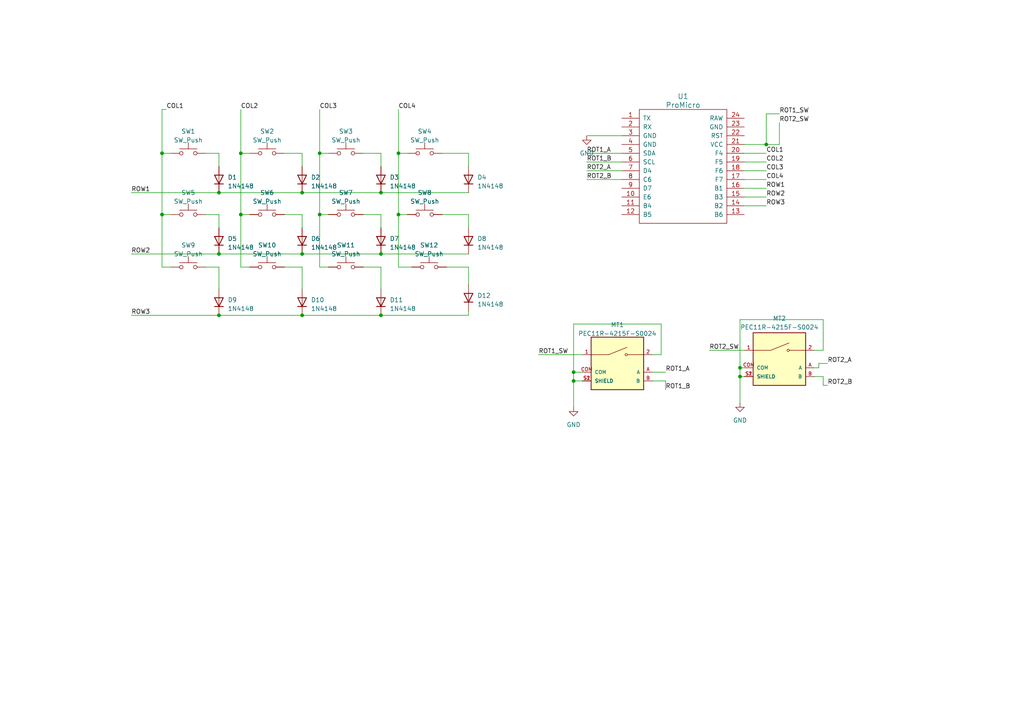
<source format=kicad_sch>
(kicad_sch (version 20230121) (generator eeschema)

  (uuid 71123672-e69d-4079-8889-c1d16506cc0a)

  (paper "A4")

  (lib_symbols
    (symbol "Diode:1N4148" (pin_numbers hide) (pin_names hide) (in_bom yes) (on_board yes)
      (property "Reference" "D" (at 0 2.54 0)
        (effects (font (size 1.27 1.27)))
      )
      (property "Value" "1N4148" (at 0 -2.54 0)
        (effects (font (size 1.27 1.27)))
      )
      (property "Footprint" "Diode_THT:D_DO-35_SOD27_P7.62mm_Horizontal" (at 0 0 0)
        (effects (font (size 1.27 1.27)) hide)
      )
      (property "Datasheet" "https://assets.nexperia.com/documents/data-sheet/1N4148_1N4448.pdf" (at 0 0 0)
        (effects (font (size 1.27 1.27)) hide)
      )
      (property "Sim.Device" "D" (at 0 0 0)
        (effects (font (size 1.27 1.27)) hide)
      )
      (property "Sim.Pins" "1=K 2=A" (at 0 0 0)
        (effects (font (size 1.27 1.27)) hide)
      )
      (property "ki_keywords" "diode" (at 0 0 0)
        (effects (font (size 1.27 1.27)) hide)
      )
      (property "ki_description" "100V 0.15A standard switching diode, DO-35" (at 0 0 0)
        (effects (font (size 1.27 1.27)) hide)
      )
      (property "ki_fp_filters" "D*DO?35*" (at 0 0 0)
        (effects (font (size 1.27 1.27)) hide)
      )
      (symbol "1N4148_0_1"
        (polyline
          (pts
            (xy -1.27 1.27)
            (xy -1.27 -1.27)
          )
          (stroke (width 0.254) (type default))
          (fill (type none))
        )
        (polyline
          (pts
            (xy 1.27 0)
            (xy -1.27 0)
          )
          (stroke (width 0) (type default))
          (fill (type none))
        )
        (polyline
          (pts
            (xy 1.27 1.27)
            (xy 1.27 -1.27)
            (xy -1.27 0)
            (xy 1.27 1.27)
          )
          (stroke (width 0.254) (type default))
          (fill (type none))
        )
      )
      (symbol "1N4148_1_1"
        (pin passive line (at -3.81 0 0) (length 2.54)
          (name "K" (effects (font (size 1.27 1.27))))
          (number "1" (effects (font (size 1.27 1.27))))
        )
        (pin passive line (at 3.81 0 180) (length 2.54)
          (name "A" (effects (font (size 1.27 1.27))))
          (number "2" (effects (font (size 1.27 1.27))))
        )
      )
    )
    (symbol "PEC11R-4215F-S0024:PEC11R-4215F-S0024" (pin_names (offset 1.016)) (in_bom yes) (on_board yes)
      (property "Reference" "MT" (at -7.62 8.89 0)
        (effects (font (size 1.27 1.27)) (justify left bottom))
      )
      (property "Value" "PEC11R-4215F-S0024" (at -7.62 -8.89 0)
        (effects (font (size 1.27 1.27)) (justify left top))
      )
      (property "Footprint" "XDCR_PEC11R-4215F-S0024" (at 0 0 0)
        (effects (font (size 1.27 1.27)) (justify bottom) hide)
      )
      (property "Datasheet" "" (at 0 0 0)
        (effects (font (size 1.27 1.27)) hide)
      )
      (property "PARTREV" "Rev. 09/19" (at 0 0 0)
        (effects (font (size 1.27 1.27)) (justify bottom) hide)
      )
      (property "MAXIMUM_PACKAGE_HEIGHT" "21.5 mm" (at 0 0 0)
        (effects (font (size 1.27 1.27)) (justify bottom) hide)
      )
      (property "STANDARD" "Manufacturer Recommendations" (at 0 0 0)
        (effects (font (size 1.27 1.27)) (justify bottom) hide)
      )
      (property "MANUFACTURER" "J.W.Miller/Bourns" (at 0 0 0)
        (effects (font (size 1.27 1.27)) (justify bottom) hide)
      )
      (symbol "PEC11R-4215F-S0024_0_0"
        (rectangle (start -7.62 -7.62) (end 7.62 7.62)
          (stroke (width 0.254) (type default))
          (fill (type background))
        )
        (polyline
          (pts
            (xy -2.54 2.54)
            (xy -7.62 2.54)
          )
          (stroke (width 0.1524) (type default))
          (fill (type none))
        )
        (polyline
          (pts
            (xy -2.54 2.54)
            (xy 2.794 4.6736)
          )
          (stroke (width 0.1524) (type default))
          (fill (type none))
        )
        (polyline
          (pts
            (xy 7.62 2.54)
            (xy 2.921 2.54)
          )
          (stroke (width 0.1524) (type default))
          (fill (type none))
        )
        (circle (center 2.54 2.54) (radius 0.3302)
          (stroke (width 0.1524) (type default))
          (fill (type none))
        )
        (pin passive line (at -10.16 2.54 0) (length 2.54)
          (name "~" (effects (font (size 1.016 1.016))))
          (number "1" (effects (font (size 1.016 1.016))))
        )
        (pin passive line (at 10.16 2.54 180) (length 2.54)
          (name "~" (effects (font (size 1.016 1.016))))
          (number "2" (effects (font (size 1.016 1.016))))
        )
        (pin passive line (at 10.16 -2.54 180) (length 2.54)
          (name "A" (effects (font (size 1.016 1.016))))
          (number "A" (effects (font (size 1.016 1.016))))
        )
        (pin passive line (at 10.16 -5.08 180) (length 2.54)
          (name "B" (effects (font (size 1.016 1.016))))
          (number "B" (effects (font (size 1.016 1.016))))
        )
        (pin passive line (at -10.16 -2.54 0) (length 2.54)
          (name "COM" (effects (font (size 1.016 1.016))))
          (number "COM" (effects (font (size 1.016 1.016))))
        )
        (pin passive line (at -10.16 -5.08 0) (length 2.54)
          (name "SHIELD" (effects (font (size 1.016 1.016))))
          (number "S1" (effects (font (size 1.016 1.016))))
        )
        (pin passive line (at -10.16 -5.08 0) (length 2.54)
          (name "SHIELD" (effects (font (size 1.016 1.016))))
          (number "S2" (effects (font (size 1.016 1.016))))
        )
      )
    )
    (symbol "Switch:SW_Push" (pin_numbers hide) (pin_names (offset 1.016) hide) (in_bom yes) (on_board yes)
      (property "Reference" "SW" (at 1.27 2.54 0)
        (effects (font (size 1.27 1.27)) (justify left))
      )
      (property "Value" "SW_Push" (at 0 -1.524 0)
        (effects (font (size 1.27 1.27)))
      )
      (property "Footprint" "" (at 0 5.08 0)
        (effects (font (size 1.27 1.27)) hide)
      )
      (property "Datasheet" "~" (at 0 5.08 0)
        (effects (font (size 1.27 1.27)) hide)
      )
      (property "ki_keywords" "switch normally-open pushbutton push-button" (at 0 0 0)
        (effects (font (size 1.27 1.27)) hide)
      )
      (property "ki_description" "Push button switch, generic, two pins" (at 0 0 0)
        (effects (font (size 1.27 1.27)) hide)
      )
      (symbol "SW_Push_0_1"
        (circle (center -2.032 0) (radius 0.508)
          (stroke (width 0) (type default))
          (fill (type none))
        )
        (polyline
          (pts
            (xy 0 1.27)
            (xy 0 3.048)
          )
          (stroke (width 0) (type default))
          (fill (type none))
        )
        (polyline
          (pts
            (xy 2.54 1.27)
            (xy -2.54 1.27)
          )
          (stroke (width 0) (type default))
          (fill (type none))
        )
        (circle (center 2.032 0) (radius 0.508)
          (stroke (width 0) (type default))
          (fill (type none))
        )
        (pin passive line (at -5.08 0 0) (length 2.54)
          (name "1" (effects (font (size 1.27 1.27))))
          (number "1" (effects (font (size 1.27 1.27))))
        )
        (pin passive line (at 5.08 0 180) (length 2.54)
          (name "2" (effects (font (size 1.27 1.27))))
          (number "2" (effects (font (size 1.27 1.27))))
        )
      )
    )
    (symbol "power:GND" (power) (pin_names (offset 0)) (in_bom yes) (on_board yes)
      (property "Reference" "#PWR" (at 0 -6.35 0)
        (effects (font (size 1.27 1.27)) hide)
      )
      (property "Value" "GND" (at 0 -3.81 0)
        (effects (font (size 1.27 1.27)))
      )
      (property "Footprint" "" (at 0 0 0)
        (effects (font (size 1.27 1.27)) hide)
      )
      (property "Datasheet" "" (at 0 0 0)
        (effects (font (size 1.27 1.27)) hide)
      )
      (property "ki_keywords" "global power" (at 0 0 0)
        (effects (font (size 1.27 1.27)) hide)
      )
      (property "ki_description" "Power symbol creates a global label with name \"GND\" , ground" (at 0 0 0)
        (effects (font (size 1.27 1.27)) hide)
      )
      (symbol "GND_0_1"
        (polyline
          (pts
            (xy 0 0)
            (xy 0 -1.27)
            (xy 1.27 -1.27)
            (xy 0 -2.54)
            (xy -1.27 -1.27)
            (xy 0 -1.27)
          )
          (stroke (width 0) (type default))
          (fill (type none))
        )
      )
      (symbol "GND_1_1"
        (pin power_in line (at 0 0 270) (length 0) hide
          (name "GND" (effects (font (size 1.27 1.27))))
          (number "1" (effects (font (size 1.27 1.27))))
        )
      )
    )
    (symbol "promicro:ProMicro" (pin_names (offset 1.016)) (in_bom yes) (on_board yes)
      (property "Reference" "U" (at 0 24.13 0)
        (effects (font (size 1.524 1.524)))
      )
      (property "Value" "ProMicro" (at 0 -13.97 0)
        (effects (font (size 1.524 1.524)))
      )
      (property "Footprint" "" (at 2.54 -26.67 0)
        (effects (font (size 1.524 1.524)))
      )
      (property "Datasheet" "" (at 2.54 -26.67 0)
        (effects (font (size 1.524 1.524)))
      )
      (symbol "ProMicro_0_1"
        (rectangle (start -12.7 21.59) (end 12.7 -11.43)
          (stroke (width 0) (type solid))
          (fill (type none))
        )
      )
      (symbol "ProMicro_1_1"
        (pin bidirectional line (at -17.78 19.05 0) (length 5.08)
          (name "TX" (effects (font (size 1.27 1.27))))
          (number "1" (effects (font (size 1.27 1.27))))
        )
        (pin bidirectional line (at -17.78 -3.81 0) (length 5.08)
          (name "E6" (effects (font (size 1.27 1.27))))
          (number "10" (effects (font (size 1.27 1.27))))
        )
        (pin bidirectional line (at -17.78 -6.35 0) (length 5.08)
          (name "B4" (effects (font (size 1.27 1.27))))
          (number "11" (effects (font (size 1.27 1.27))))
        )
        (pin bidirectional line (at -17.78 -8.89 0) (length 5.08)
          (name "B5" (effects (font (size 1.27 1.27))))
          (number "12" (effects (font (size 1.27 1.27))))
        )
        (pin bidirectional line (at 17.78 -8.89 180) (length 5.08)
          (name "B6" (effects (font (size 1.27 1.27))))
          (number "13" (effects (font (size 1.27 1.27))))
        )
        (pin bidirectional line (at 17.78 -6.35 180) (length 5.08)
          (name "B2" (effects (font (size 1.27 1.27))))
          (number "14" (effects (font (size 1.27 1.27))))
        )
        (pin bidirectional line (at 17.78 -3.81 180) (length 5.08)
          (name "B3" (effects (font (size 1.27 1.27))))
          (number "15" (effects (font (size 1.27 1.27))))
        )
        (pin bidirectional line (at 17.78 -1.27 180) (length 5.08)
          (name "B1" (effects (font (size 1.27 1.27))))
          (number "16" (effects (font (size 1.27 1.27))))
        )
        (pin bidirectional line (at 17.78 1.27 180) (length 5.08)
          (name "F7" (effects (font (size 1.27 1.27))))
          (number "17" (effects (font (size 1.27 1.27))))
        )
        (pin bidirectional line (at 17.78 3.81 180) (length 5.08)
          (name "F6" (effects (font (size 1.27 1.27))))
          (number "18" (effects (font (size 1.27 1.27))))
        )
        (pin bidirectional line (at 17.78 6.35 180) (length 5.08)
          (name "F5" (effects (font (size 1.27 1.27))))
          (number "19" (effects (font (size 1.27 1.27))))
        )
        (pin bidirectional line (at -17.78 16.51 0) (length 5.08)
          (name "RX" (effects (font (size 1.27 1.27))))
          (number "2" (effects (font (size 1.27 1.27))))
        )
        (pin bidirectional line (at 17.78 8.89 180) (length 5.08)
          (name "F4" (effects (font (size 1.27 1.27))))
          (number "20" (effects (font (size 1.27 1.27))))
        )
        (pin power_in line (at 17.78 11.43 180) (length 5.08)
          (name "VCC" (effects (font (size 1.27 1.27))))
          (number "21" (effects (font (size 1.27 1.27))))
        )
        (pin input line (at 17.78 13.97 180) (length 5.08)
          (name "RST" (effects (font (size 1.27 1.27))))
          (number "22" (effects (font (size 1.27 1.27))))
        )
        (pin power_in line (at 17.78 16.51 180) (length 5.08)
          (name "GND" (effects (font (size 1.27 1.27))))
          (number "23" (effects (font (size 1.27 1.27))))
        )
        (pin power_out line (at 17.78 19.05 180) (length 5.08)
          (name "RAW" (effects (font (size 1.27 1.27))))
          (number "24" (effects (font (size 1.27 1.27))))
        )
        (pin power_in line (at -17.78 13.97 0) (length 5.08)
          (name "GND" (effects (font (size 1.27 1.27))))
          (number "3" (effects (font (size 1.27 1.27))))
        )
        (pin power_in line (at -17.78 11.43 0) (length 5.08)
          (name "GND" (effects (font (size 1.27 1.27))))
          (number "4" (effects (font (size 1.27 1.27))))
        )
        (pin bidirectional line (at -17.78 8.89 0) (length 5.08)
          (name "SDA" (effects (font (size 1.27 1.27))))
          (number "5" (effects (font (size 1.27 1.27))))
        )
        (pin bidirectional line (at -17.78 6.35 0) (length 5.08)
          (name "SCL" (effects (font (size 1.27 1.27))))
          (number "6" (effects (font (size 1.27 1.27))))
        )
        (pin bidirectional line (at -17.78 3.81 0) (length 5.08)
          (name "D4" (effects (font (size 1.27 1.27))))
          (number "7" (effects (font (size 1.27 1.27))))
        )
        (pin bidirectional line (at -17.78 1.27 0) (length 5.08)
          (name "C6" (effects (font (size 1.27 1.27))))
          (number "8" (effects (font (size 1.27 1.27))))
        )
        (pin bidirectional line (at -17.78 -1.27 0) (length 5.08)
          (name "D7" (effects (font (size 1.27 1.27))))
          (number "9" (effects (font (size 1.27 1.27))))
        )
      )
    )
  )

  (junction (at 87.63 73.66) (diameter 0) (color 0 0 0 0)
    (uuid 0e9e5b77-957b-4ac0-a33a-88e2e5085cd2)
  )
  (junction (at 69.85 44.45) (diameter 0) (color 0 0 0 0)
    (uuid 13697ea5-587f-427c-b846-8fadcb94161d)
  )
  (junction (at 69.85 62.23) (diameter 0) (color 0 0 0 0)
    (uuid 1bee9cad-7ca3-497c-89df-7745c0520664)
  )
  (junction (at 115.57 62.23) (diameter 0) (color 0 0 0 0)
    (uuid 33a2c2d0-e0c3-476f-a456-9b53679a3063)
  )
  (junction (at 110.49 91.44) (diameter 0) (color 0 0 0 0)
    (uuid 43136459-36fe-4558-a8d3-10a0aa80e43c)
  )
  (junction (at 87.63 55.88) (diameter 0) (color 0 0 0 0)
    (uuid 473026e9-c257-48c1-9766-f1ad7f1732a0)
  )
  (junction (at 115.57 44.45) (diameter 0) (color 0 0 0 0)
    (uuid 53e78749-6872-4eaa-9133-2dd2f7c6d3eb)
  )
  (junction (at 110.49 73.66) (diameter 0) (color 0 0 0 0)
    (uuid 5a9fb315-8e6a-4309-a461-421508480298)
  )
  (junction (at 63.5 91.44) (diameter 0) (color 0 0 0 0)
    (uuid 65aa7b50-7148-4c9b-bbc1-e194a7f0b478)
  )
  (junction (at 166.37 110.49) (diameter 0) (color 0 0 0 0)
    (uuid 66a9b342-6214-490e-a932-9972906c3928)
  )
  (junction (at 166.37 107.95) (diameter 0) (color 0 0 0 0)
    (uuid 6a8f367c-fe19-44c4-bc89-8171c3856c0e)
  )
  (junction (at 46.99 62.23) (diameter 0) (color 0 0 0 0)
    (uuid 7304b326-8013-4652-ba9f-459f5c894405)
  )
  (junction (at 46.99 44.45) (diameter 0) (color 0 0 0 0)
    (uuid 7506723e-0740-4ad2-977d-ca32af1228fe)
  )
  (junction (at 214.63 106.68) (diameter 0) (color 0 0 0 0)
    (uuid 7c7d396d-7474-4586-80e8-bc89e57f94cb)
  )
  (junction (at 222.25 41.91) (diameter 0) (color 0 0 0 0)
    (uuid 7dfa5ad6-4540-4572-be18-2e17877766ee)
  )
  (junction (at 92.71 62.23) (diameter 0) (color 0 0 0 0)
    (uuid b8b8d5c6-136d-403d-8135-1b4ab83db729)
  )
  (junction (at 63.5 73.66) (diameter 0) (color 0 0 0 0)
    (uuid c9fa2ef5-184b-4ec7-a753-831dde0d9ddb)
  )
  (junction (at 92.71 44.45) (diameter 0) (color 0 0 0 0)
    (uuid cdb468d6-95ad-4718-baf9-6a608e3be54b)
  )
  (junction (at 110.49 55.88) (diameter 0) (color 0 0 0 0)
    (uuid d7ebb955-28f7-424f-896e-e30e28d9278a)
  )
  (junction (at 63.5 55.88) (diameter 0) (color 0 0 0 0)
    (uuid e08966d4-9dff-4a36-a2de-fec817d3861d)
  )
  (junction (at 214.63 109.22) (diameter 0) (color 0 0 0 0)
    (uuid ef2789c4-bf7d-4705-988b-8af50189b8fa)
  )
  (junction (at 87.63 91.44) (diameter 0) (color 0 0 0 0)
    (uuid f4a6405c-e6f6-431b-830d-b6884b7e85e9)
  )

  (wire (pts (xy 237.49 105.41) (xy 240.03 105.41))
    (stroke (width 0) (type default))
    (uuid 019fb468-94f1-4321-bc5d-12955be1fa9a)
  )
  (wire (pts (xy 59.69 62.23) (xy 63.5 62.23))
    (stroke (width 0) (type default))
    (uuid 04729339-8b02-4ba9-91f2-0e85f1135260)
  )
  (wire (pts (xy 115.57 44.45) (xy 118.11 44.45))
    (stroke (width 0) (type default))
    (uuid 04eb62c3-fef7-4773-88c5-5e4f681403f8)
  )
  (wire (pts (xy 105.41 77.47) (xy 110.49 77.47))
    (stroke (width 0) (type default))
    (uuid 0dd1206c-aeb8-4de8-8ed5-f92360dd1349)
  )
  (wire (pts (xy 115.57 31.75) (xy 115.57 44.45))
    (stroke (width 0) (type default))
    (uuid 149e2646-0ffb-4bee-80be-44761ae0f2bf)
  )
  (wire (pts (xy 135.89 91.44) (xy 135.89 90.17))
    (stroke (width 0) (type default))
    (uuid 162e12ce-c3e8-4c11-9c4b-1f9b4e0c03a6)
  )
  (wire (pts (xy 135.89 77.47) (xy 135.89 82.55))
    (stroke (width 0) (type default))
    (uuid 17563620-1e1e-4f05-a286-eae4c7335398)
  )
  (wire (pts (xy 215.9 46.99) (xy 222.25 46.99))
    (stroke (width 0) (type default))
    (uuid 1acc3801-56f6-4fe5-a7e1-232e165bbf1a)
  )
  (wire (pts (xy 38.1 91.44) (xy 63.5 91.44))
    (stroke (width 0) (type default))
    (uuid 1b5c9435-cbd5-467e-95b0-abe9cce0ae5c)
  )
  (wire (pts (xy 110.49 44.45) (xy 110.49 48.26))
    (stroke (width 0) (type default))
    (uuid 236f40d7-63a0-4d45-8d01-fd8e2c08e9c2)
  )
  (wire (pts (xy 215.9 52.07) (xy 222.25 52.07))
    (stroke (width 0) (type default))
    (uuid 23aece07-69ac-437d-afb7-d7511b4f6ba3)
  )
  (wire (pts (xy 170.18 52.07) (xy 180.34 52.07))
    (stroke (width 0) (type default))
    (uuid 2435ca96-d248-41ff-b9e9-ee83b5782d96)
  )
  (wire (pts (xy 115.57 44.45) (xy 115.57 62.23))
    (stroke (width 0) (type default))
    (uuid 25c7eb8f-e4e3-4b65-aa01-e91574c5d7cc)
  )
  (wire (pts (xy 63.5 62.23) (xy 63.5 66.04))
    (stroke (width 0) (type default))
    (uuid 27ebef0d-0987-46d8-bf54-23236f5aabe4)
  )
  (wire (pts (xy 156.21 102.87) (xy 168.91 102.87))
    (stroke (width 0) (type default))
    (uuid 28b29ed4-89bf-4655-82b2-5374516e1f18)
  )
  (wire (pts (xy 128.27 44.45) (xy 135.89 44.45))
    (stroke (width 0) (type default))
    (uuid 2b0014f0-c598-47af-adcc-0ff779ae34c9)
  )
  (wire (pts (xy 46.99 44.45) (xy 46.99 62.23))
    (stroke (width 0) (type default))
    (uuid 2d6cf307-bde3-430f-bcad-103e3c7844f8)
  )
  (wire (pts (xy 105.41 62.23) (xy 110.49 62.23))
    (stroke (width 0) (type default))
    (uuid 3161cc05-299c-4245-b693-620b4e3f998b)
  )
  (wire (pts (xy 170.18 46.99) (xy 180.34 46.99))
    (stroke (width 0) (type default))
    (uuid 317948eb-06b3-47d9-91d4-e58664d43d5e)
  )
  (wire (pts (xy 87.63 73.66) (xy 110.49 73.66))
    (stroke (width 0) (type default))
    (uuid 3253366d-d86d-4151-9bb9-af6c48629a7e)
  )
  (wire (pts (xy 214.63 109.22) (xy 215.9 109.22))
    (stroke (width 0) (type default))
    (uuid 325e3c2d-3d57-4ab6-ba21-924dc28bb624)
  )
  (wire (pts (xy 110.49 62.23) (xy 110.49 66.04))
    (stroke (width 0) (type default))
    (uuid 34e61cde-4a51-4729-8802-9860a17c6ec5)
  )
  (wire (pts (xy 214.63 106.68) (xy 214.63 92.71))
    (stroke (width 0) (type default))
    (uuid 36ffd07c-7c2c-4339-81ff-135fff9eb660)
  )
  (wire (pts (xy 46.99 77.47) (xy 49.53 77.47))
    (stroke (width 0) (type default))
    (uuid 37c9e464-9444-4512-813d-3ee2232b5f03)
  )
  (wire (pts (xy 222.25 41.91) (xy 226.06 41.91))
    (stroke (width 0) (type default))
    (uuid 38ba0f62-90c5-4f7a-8c2a-27130cb86a87)
  )
  (wire (pts (xy 87.63 62.23) (xy 87.63 66.04))
    (stroke (width 0) (type default))
    (uuid 3da68364-d94a-4d21-80c2-a2fb5e70a6b5)
  )
  (wire (pts (xy 82.55 77.47) (xy 87.63 77.47))
    (stroke (width 0) (type default))
    (uuid 406ab551-ffd8-4850-a489-925e86a84e2e)
  )
  (wire (pts (xy 215.9 44.45) (xy 222.25 44.45))
    (stroke (width 0) (type default))
    (uuid 417aefef-8827-464e-b40b-e930cb8e465c)
  )
  (wire (pts (xy 69.85 62.23) (xy 72.39 62.23))
    (stroke (width 0) (type default))
    (uuid 429e2685-3b09-47c6-8a0b-8b891ceec1a7)
  )
  (wire (pts (xy 166.37 93.98) (xy 166.37 107.95))
    (stroke (width 0) (type default))
    (uuid 45300bb5-c3df-4d2b-8e4e-7e1d6bd7fa05)
  )
  (wire (pts (xy 110.49 77.47) (xy 110.49 83.82))
    (stroke (width 0) (type default))
    (uuid 457c53c4-dfe3-4ae9-980f-7748e7e96ca1)
  )
  (wire (pts (xy 110.49 73.66) (xy 135.89 73.66))
    (stroke (width 0) (type default))
    (uuid 45c1e83c-760d-45fd-8b97-f716b81fd089)
  )
  (wire (pts (xy 193.04 110.49) (xy 193.04 113.03))
    (stroke (width 0) (type default))
    (uuid 45fd6663-7157-4f44-baa0-1954b2654418)
  )
  (wire (pts (xy 128.27 62.23) (xy 135.89 62.23))
    (stroke (width 0) (type default))
    (uuid 46ae7161-835c-4a76-a88c-7e232ccd09cc)
  )
  (wire (pts (xy 191.77 102.87) (xy 191.77 93.98))
    (stroke (width 0) (type default))
    (uuid 479d5d17-3d96-4a9b-94e9-b31e1025db6e)
  )
  (wire (pts (xy 222.25 41.91) (xy 222.25 33.02))
    (stroke (width 0) (type default))
    (uuid 47ba5c73-89e0-42cd-947f-af9a3cbdf1c5)
  )
  (wire (pts (xy 115.57 62.23) (xy 115.57 77.47))
    (stroke (width 0) (type default))
    (uuid 4a264650-774c-453a-82be-cc8976e1110c)
  )
  (wire (pts (xy 46.99 62.23) (xy 49.53 62.23))
    (stroke (width 0) (type default))
    (uuid 4ad63f67-7629-4f9b-be42-63a0ce066054)
  )
  (wire (pts (xy 115.57 62.23) (xy 118.11 62.23))
    (stroke (width 0) (type default))
    (uuid 51826c9b-5658-451a-be96-90ce88fb544b)
  )
  (wire (pts (xy 189.23 110.49) (xy 193.04 110.49))
    (stroke (width 0) (type default))
    (uuid 536ee622-3178-44df-9eff-c196951d92d0)
  )
  (wire (pts (xy 87.63 77.47) (xy 87.63 83.82))
    (stroke (width 0) (type default))
    (uuid 561727ec-7908-4a67-ae5c-6675dfbf9baa)
  )
  (wire (pts (xy 236.22 109.22) (xy 238.76 109.22))
    (stroke (width 0) (type default))
    (uuid 57d92c86-5df1-4646-a875-df5ce3c5edd3)
  )
  (wire (pts (xy 205.74 101.6) (xy 215.9 101.6))
    (stroke (width 0) (type default))
    (uuid 5bed4339-abe0-407a-adfe-dba4c9fc5918)
  )
  (wire (pts (xy 92.71 44.45) (xy 92.71 62.23))
    (stroke (width 0) (type default))
    (uuid 5d2934b4-b18f-45e8-8c7b-3b3014534e66)
  )
  (wire (pts (xy 215.9 41.91) (xy 222.25 41.91))
    (stroke (width 0) (type default))
    (uuid 61ff1727-f472-4aeb-aa74-e6a552a39a5c)
  )
  (wire (pts (xy 92.71 77.47) (xy 95.25 77.47))
    (stroke (width 0) (type default))
    (uuid 62506ad0-d40a-4d4d-9ef4-9093d95758fc)
  )
  (wire (pts (xy 170.18 39.37) (xy 180.34 39.37))
    (stroke (width 0) (type default))
    (uuid 62f9a1de-77f6-4f98-a542-0bfb2afcc084)
  )
  (wire (pts (xy 129.54 77.47) (xy 135.89 77.47))
    (stroke (width 0) (type default))
    (uuid 67f2a97b-ea93-4c36-9d7e-0db0b9d3e2da)
  )
  (wire (pts (xy 170.18 49.53) (xy 180.34 49.53))
    (stroke (width 0) (type default))
    (uuid 696fd818-2de1-4f69-bc91-9c952971c874)
  )
  (wire (pts (xy 222.25 33.02) (xy 226.06 33.02))
    (stroke (width 0) (type default))
    (uuid 6cd17ad8-5d7c-4bfa-91a4-42f93b69f695)
  )
  (wire (pts (xy 238.76 111.76) (xy 240.03 111.76))
    (stroke (width 0) (type default))
    (uuid 6e976993-4c14-4f56-ac97-3d18fcf998da)
  )
  (wire (pts (xy 87.63 91.44) (xy 110.49 91.44))
    (stroke (width 0) (type default))
    (uuid 7114a5fa-067a-4f19-9fcd-aab8eb7e46c7)
  )
  (wire (pts (xy 69.85 62.23) (xy 69.85 77.47))
    (stroke (width 0) (type default))
    (uuid 7277c691-3eb0-4e1a-ad27-969c93951261)
  )
  (wire (pts (xy 115.57 77.47) (xy 119.38 77.47))
    (stroke (width 0) (type default))
    (uuid 748c9ab6-92a1-4e2b-a934-062a5884008d)
  )
  (wire (pts (xy 69.85 44.45) (xy 72.39 44.45))
    (stroke (width 0) (type default))
    (uuid 7782256e-9ed7-45af-a7ef-6af172f268c9)
  )
  (wire (pts (xy 189.23 102.87) (xy 191.77 102.87))
    (stroke (width 0) (type default))
    (uuid 778a7f25-9031-492b-8198-01758004c574)
  )
  (wire (pts (xy 166.37 107.95) (xy 168.91 107.95))
    (stroke (width 0) (type default))
    (uuid 78e75d7c-100b-41eb-b23a-b35b33eec8a6)
  )
  (wire (pts (xy 110.49 55.88) (xy 135.89 55.88))
    (stroke (width 0) (type default))
    (uuid 7aa0db80-3fed-409d-98e0-5b62c6e053b1)
  )
  (wire (pts (xy 82.55 44.45) (xy 87.63 44.45))
    (stroke (width 0) (type default))
    (uuid 7c11b408-6696-4cbb-a35c-fda806195b19)
  )
  (wire (pts (xy 168.91 110.49) (xy 166.37 110.49))
    (stroke (width 0) (type default))
    (uuid 7c6510f6-1567-4e7d-bdc4-d8cb0f2afd40)
  )
  (wire (pts (xy 92.71 31.75) (xy 92.71 44.45))
    (stroke (width 0) (type default))
    (uuid 7ce6066d-4c00-47ac-8ee8-dd73aba84731)
  )
  (wire (pts (xy 87.63 55.88) (xy 110.49 55.88))
    (stroke (width 0) (type default))
    (uuid 7d0a78e7-30a6-403f-a378-b5d1d9035774)
  )
  (wire (pts (xy 63.5 44.45) (xy 63.5 48.26))
    (stroke (width 0) (type default))
    (uuid 7f8ecbec-85ce-49ab-981c-db5850921bd9)
  )
  (wire (pts (xy 38.1 55.88) (xy 63.5 55.88))
    (stroke (width 0) (type default))
    (uuid 81a96aea-db30-4f1a-8bdf-a943363ab316)
  )
  (wire (pts (xy 87.63 44.45) (xy 87.63 48.26))
    (stroke (width 0) (type default))
    (uuid 83aaecd1-bd03-40a7-bbb5-dba8c0fa3003)
  )
  (wire (pts (xy 135.89 62.23) (xy 135.89 66.04))
    (stroke (width 0) (type default))
    (uuid 870fc9f5-37eb-459a-97d3-c7cf55284e11)
  )
  (wire (pts (xy 238.76 92.71) (xy 238.76 101.6))
    (stroke (width 0) (type default))
    (uuid 87b4a9a2-9ce6-4f40-92d4-8a3a6b0903a4)
  )
  (wire (pts (xy 214.63 92.71) (xy 238.76 92.71))
    (stroke (width 0) (type default))
    (uuid 87b676fa-3ed8-4dc8-bcd5-9787e6870c9f)
  )
  (wire (pts (xy 215.9 49.53) (xy 222.25 49.53))
    (stroke (width 0) (type default))
    (uuid 88524749-9fe9-4b06-b5f5-d85c6edd9133)
  )
  (wire (pts (xy 238.76 101.6) (xy 236.22 101.6))
    (stroke (width 0) (type default))
    (uuid 8a205bf8-b183-4d39-8d6e-19f462df3aa3)
  )
  (wire (pts (xy 82.55 62.23) (xy 87.63 62.23))
    (stroke (width 0) (type default))
    (uuid 8edd2478-0304-4df1-b510-908e919e30b4)
  )
  (wire (pts (xy 69.85 77.47) (xy 72.39 77.47))
    (stroke (width 0) (type default))
    (uuid 90cf5476-e950-43e0-a8ed-2a4d143c5e99)
  )
  (wire (pts (xy 92.71 62.23) (xy 92.71 77.47))
    (stroke (width 0) (type default))
    (uuid 92208650-464e-4de6-82b8-33ce5cbf2a81)
  )
  (wire (pts (xy 59.69 77.47) (xy 63.5 77.47))
    (stroke (width 0) (type default))
    (uuid 9a545941-48aa-4160-be00-436eec399f73)
  )
  (wire (pts (xy 215.9 54.61) (xy 222.25 54.61))
    (stroke (width 0) (type default))
    (uuid 9c68a524-99f7-48c3-8661-a67e29de4f05)
  )
  (wire (pts (xy 92.71 44.45) (xy 95.25 44.45))
    (stroke (width 0) (type default))
    (uuid 9ef6f52b-c904-4287-ae38-6d98bbe7a1f6)
  )
  (wire (pts (xy 215.9 59.69) (xy 222.25 59.69))
    (stroke (width 0) (type default))
    (uuid a01ef18a-3fa3-4a46-bb32-e51ee68b2374)
  )
  (wire (pts (xy 191.77 93.98) (xy 166.37 93.98))
    (stroke (width 0) (type default))
    (uuid b2a61c53-6bd7-4a90-9d71-eb49bc450d3f)
  )
  (wire (pts (xy 166.37 110.49) (xy 166.37 118.11))
    (stroke (width 0) (type default))
    (uuid b36577de-13f2-4800-bbb7-c4858c67099f)
  )
  (wire (pts (xy 238.76 109.22) (xy 238.76 111.76))
    (stroke (width 0) (type default))
    (uuid b4d4cde2-a0b8-47fc-9b91-8d28bafa77bd)
  )
  (wire (pts (xy 69.85 31.75) (xy 69.85 44.45))
    (stroke (width 0) (type default))
    (uuid bb998d9e-c42f-40d4-a7ff-db67409bfcb0)
  )
  (wire (pts (xy 63.5 77.47) (xy 63.5 83.82))
    (stroke (width 0) (type default))
    (uuid c0fc4e07-2ac4-413c-ae31-485cf6c58e63)
  )
  (wire (pts (xy 214.63 109.22) (xy 214.63 106.68))
    (stroke (width 0) (type default))
    (uuid c31779a8-7ae8-4478-85ce-c6de6d278cc4)
  )
  (wire (pts (xy 92.71 62.23) (xy 95.25 62.23))
    (stroke (width 0) (type default))
    (uuid c6fbc9e3-e337-49ef-b0d7-76155587ac86)
  )
  (wire (pts (xy 236.22 106.68) (xy 237.49 106.68))
    (stroke (width 0) (type default))
    (uuid cd0175d6-8d30-41b8-ad3f-8b40db400adc)
  )
  (wire (pts (xy 110.49 91.44) (xy 135.89 91.44))
    (stroke (width 0) (type default))
    (uuid cd74d54f-d03d-40b4-8efa-9a7dfb480687)
  )
  (wire (pts (xy 237.49 106.68) (xy 237.49 105.41))
    (stroke (width 0) (type default))
    (uuid cdc9b9b4-2b8f-49ec-bb25-77f531b5aff8)
  )
  (wire (pts (xy 46.99 62.23) (xy 46.99 77.47))
    (stroke (width 0) (type default))
    (uuid cf7b25df-9534-42b5-aef0-c740ce19d61c)
  )
  (wire (pts (xy 214.63 106.68) (xy 215.9 106.68))
    (stroke (width 0) (type default))
    (uuid d3ce7033-e833-4367-a1f6-f7c80e2bd1d1)
  )
  (wire (pts (xy 48.26 31.75) (xy 46.99 31.75))
    (stroke (width 0) (type default))
    (uuid d40a8a30-a465-40b4-abbc-4e20be474e36)
  )
  (wire (pts (xy 105.41 44.45) (xy 110.49 44.45))
    (stroke (width 0) (type default))
    (uuid d5d8484f-6c67-476b-a408-6c2e7e44095e)
  )
  (wire (pts (xy 215.9 57.15) (xy 222.25 57.15))
    (stroke (width 0) (type default))
    (uuid dbf01b78-d6a1-499f-9443-5724a9f36f0c)
  )
  (wire (pts (xy 46.99 44.45) (xy 49.53 44.45))
    (stroke (width 0) (type default))
    (uuid dd4e67b6-bc0e-443a-8bd8-b9098483ad89)
  )
  (wire (pts (xy 189.23 107.95) (xy 193.04 107.95))
    (stroke (width 0) (type default))
    (uuid df47e04d-d297-4525-993d-387031ed40e2)
  )
  (wire (pts (xy 63.5 91.44) (xy 87.63 91.44))
    (stroke (width 0) (type default))
    (uuid e0a828f2-600b-4ea5-961a-31a7345d200d)
  )
  (wire (pts (xy 226.06 41.91) (xy 226.06 35.56))
    (stroke (width 0) (type default))
    (uuid e58a291d-e927-49e4-bbef-c02996828a0b)
  )
  (wire (pts (xy 69.85 44.45) (xy 69.85 62.23))
    (stroke (width 0) (type default))
    (uuid e73d6fef-c61f-4314-902b-d9d86ca2ae0a)
  )
  (wire (pts (xy 63.5 73.66) (xy 87.63 73.66))
    (stroke (width 0) (type default))
    (uuid ec4879b3-9618-48eb-96ab-4b3c988c8d6f)
  )
  (wire (pts (xy 46.99 31.75) (xy 46.99 44.45))
    (stroke (width 0) (type default))
    (uuid ecab2219-3887-4a37-8c3a-0ffc6f4cb0ec)
  )
  (wire (pts (xy 59.69 44.45) (xy 63.5 44.45))
    (stroke (width 0) (type default))
    (uuid ed7c6fbb-b92c-4da9-8446-55bad5899b13)
  )
  (wire (pts (xy 170.18 44.45) (xy 180.34 44.45))
    (stroke (width 0) (type default))
    (uuid f04a3f67-6370-4d8d-b5b8-3023acab804a)
  )
  (wire (pts (xy 214.63 116.84) (xy 214.63 109.22))
    (stroke (width 0) (type default))
    (uuid f24759c6-2531-4bd5-9a62-9b9ca1b5761f)
  )
  (wire (pts (xy 63.5 55.88) (xy 87.63 55.88))
    (stroke (width 0) (type default))
    (uuid f817c0cb-6e64-42da-b4a5-35347bf9b60f)
  )
  (wire (pts (xy 135.89 44.45) (xy 135.89 48.26))
    (stroke (width 0) (type default))
    (uuid fd61578a-3454-4240-a14b-4365596ecebb)
  )
  (wire (pts (xy 38.1 73.66) (xy 63.5 73.66))
    (stroke (width 0) (type default))
    (uuid fec29498-7273-4c23-b9a4-e5bb1b29123a)
  )
  (wire (pts (xy 166.37 110.49) (xy 166.37 107.95))
    (stroke (width 0) (type default))
    (uuid fef76a93-c754-46fc-9945-fc7e64a4fa81)
  )

  (label "ROW1" (at 38.1 55.88 0) (fields_autoplaced)
    (effects (font (size 1.27 1.27)) (justify left bottom))
    (uuid 10748225-7d39-4992-ba8c-d9d14dd9d8f6)
  )
  (label "COL4" (at 222.25 52.07 0) (fields_autoplaced)
    (effects (font (size 1.27 1.27)) (justify left bottom))
    (uuid 11f70d64-59c9-417c-a7ad-4c8668a8cda7)
  )
  (label "ROT2_SW" (at 226.06 35.56 0) (fields_autoplaced)
    (effects (font (size 1.27 1.27)) (justify left bottom))
    (uuid 164cc60a-6df5-4185-acc2-f593d98faf6a)
  )
  (label "ROT2_B" (at 170.18 52.07 0) (fields_autoplaced)
    (effects (font (size 1.27 1.27)) (justify left bottom))
    (uuid 2428a0be-be5f-43bf-8aea-f12e33f2f4d9)
  )
  (label "ROT2_B" (at 240.03 111.76 0) (fields_autoplaced)
    (effects (font (size 1.27 1.27)) (justify left bottom))
    (uuid 35cf3dcd-18c7-4c6e-aa54-2fc696010f4e)
  )
  (label "COL3" (at 92.71 31.75 0) (fields_autoplaced)
    (effects (font (size 1.27 1.27)) (justify left bottom))
    (uuid 46400cbf-bd8c-42b1-9a95-1c8b0e9e8e08)
  )
  (label "ROW1" (at 222.25 54.61 0) (fields_autoplaced)
    (effects (font (size 1.27 1.27)) (justify left bottom))
    (uuid 4acffe7c-7412-4b94-b356-41fa8ea44395)
  )
  (label "ROW2" (at 38.1 73.66 0) (fields_autoplaced)
    (effects (font (size 1.27 1.27)) (justify left bottom))
    (uuid 5858e11a-5179-4c53-815d-9acd3929b4d4)
  )
  (label "ROT1_A" (at 170.18 44.45 0) (fields_autoplaced)
    (effects (font (size 1.27 1.27)) (justify left bottom))
    (uuid 6d2ffa38-eea6-49c2-aced-01ba33493ae5)
  )
  (label "ROW2" (at 222.25 57.15 0) (fields_autoplaced)
    (effects (font (size 1.27 1.27)) (justify left bottom))
    (uuid 6fbf2107-43ac-4cd4-a2d6-6c576f452bc4)
  )
  (label "ROW3" (at 222.25 59.69 0) (fields_autoplaced)
    (effects (font (size 1.27 1.27)) (justify left bottom))
    (uuid 8702c260-522b-4b6b-a274-43e0e018a8f8)
  )
  (label "ROT1_SW" (at 156.21 102.87 0) (fields_autoplaced)
    (effects (font (size 1.27 1.27)) (justify left bottom))
    (uuid 8a2082f6-cc5d-45e3-a5c9-74016bfef09a)
  )
  (label "COL1" (at 222.25 44.45 0) (fields_autoplaced)
    (effects (font (size 1.27 1.27)) (justify left bottom))
    (uuid 9302c3bb-17ea-410d-bb83-a8f6f8d4d10d)
  )
  (label "COL2" (at 69.85 31.75 0) (fields_autoplaced)
    (effects (font (size 1.27 1.27)) (justify left bottom))
    (uuid 9785b8f0-a9e9-48a8-96cc-980fb485828d)
  )
  (label "COL3" (at 222.25 49.53 0) (fields_autoplaced)
    (effects (font (size 1.27 1.27)) (justify left bottom))
    (uuid 9b380c24-32c4-4e96-addd-f50b1ca77623)
  )
  (label "ROT2_A" (at 170.18 49.53 0) (fields_autoplaced)
    (effects (font (size 1.27 1.27)) (justify left bottom))
    (uuid a4a47315-b847-46de-8202-50f311e7f18c)
  )
  (label "ROT1_SW" (at 226.06 33.02 0) (fields_autoplaced)
    (effects (font (size 1.27 1.27)) (justify left bottom))
    (uuid a89d9c77-8f60-4a1a-b87d-96741cebcb01)
  )
  (label "ROT2_A" (at 240.03 105.41 0) (fields_autoplaced)
    (effects (font (size 1.27 1.27)) (justify left bottom))
    (uuid ab40a7b2-acbf-48da-91a1-d5cba393907e)
  )
  (label "ROT2_SW" (at 205.74 101.6 0) (fields_autoplaced)
    (effects (font (size 1.27 1.27)) (justify left bottom))
    (uuid bba66e5e-3cd8-48d3-a83f-b9d5cc1562a8)
  )
  (label "COL4" (at 115.57 31.75 0) (fields_autoplaced)
    (effects (font (size 1.27 1.27)) (justify left bottom))
    (uuid bd63b9be-9cb3-42f6-b6fc-ce42c3439a59)
  )
  (label "ROT1_B" (at 193.04 113.03 0) (fields_autoplaced)
    (effects (font (size 1.27 1.27)) (justify left bottom))
    (uuid bfe373d3-92f7-4a4b-be59-7de339dfac89)
  )
  (label "COL1" (at 48.26 31.75 0) (fields_autoplaced)
    (effects (font (size 1.27 1.27)) (justify left bottom))
    (uuid c0a2244c-fa2b-4b32-b970-1bf967018efc)
  )
  (label "ROW3" (at 38.1 91.44 0) (fields_autoplaced)
    (effects (font (size 1.27 1.27)) (justify left bottom))
    (uuid de5027eb-7105-46e6-a005-4ff3705e288a)
  )
  (label "ROT1_B" (at 170.18 46.99 0) (fields_autoplaced)
    (effects (font (size 1.27 1.27)) (justify left bottom))
    (uuid e98d6304-29c5-4185-bd9e-cefc75207e6d)
  )
  (label "COL2" (at 222.25 46.99 0) (fields_autoplaced)
    (effects (font (size 1.27 1.27)) (justify left bottom))
    (uuid fe02dd11-581f-4eea-ac60-1054e3e71de8)
  )
  (label "ROT1_A" (at 193.04 107.95 0) (fields_autoplaced)
    (effects (font (size 1.27 1.27)) (justify left bottom))
    (uuid ff5e08bb-d75d-451b-ba4c-9462d986ce30)
  )

  (symbol (lib_id "Diode:1N4148") (at 63.5 52.07 90) (unit 1)
    (in_bom yes) (on_board yes) (dnp no) (fields_autoplaced)
    (uuid 01f1650e-d5a9-4b5d-9728-9449887a7c1c)
    (property "Reference" "D1" (at 66.04 51.435 90)
      (effects (font (size 1.27 1.27)) (justify right))
    )
    (property "Value" "1N4148" (at 66.04 53.975 90)
      (effects (font (size 1.27 1.27)) (justify right))
    )
    (property "Footprint" "Diode_THT:D_DO-35_SOD27_P7.62mm_Horizontal" (at 63.5 52.07 0)
      (effects (font (size 1.27 1.27)) hide)
    )
    (property "Datasheet" "https://assets.nexperia.com/documents/data-sheet/1N4148_1N4448.pdf" (at 63.5 52.07 0)
      (effects (font (size 1.27 1.27)) hide)
    )
    (property "Sim.Device" "D" (at 63.5 52.07 0)
      (effects (font (size 1.27 1.27)) hide)
    )
    (property "Sim.Pins" "1=K 2=A" (at 63.5 52.07 0)
      (effects (font (size 1.27 1.27)) hide)
    )
    (pin "1" (uuid ad0fd049-7848-4bba-ac7a-990e952c45fc))
    (pin "2" (uuid 459df7f3-4245-4bed-8832-0383dfdfcaec))
    (instances
      (project "MacroPad"
        (path "/71123672-e69d-4079-8889-c1d16506cc0a"
          (reference "D1") (unit 1)
        )
      )
    )
  )

  (symbol (lib_id "promicro:ProMicro") (at 198.12 53.34 0) (unit 1)
    (in_bom yes) (on_board yes) (dnp no) (fields_autoplaced)
    (uuid 03f7e718-976a-40e2-88ce-214bde9ee850)
    (property "Reference" "U1" (at 198.12 27.94 0)
      (effects (font (size 1.524 1.524)))
    )
    (property "Value" "ProMicro" (at 198.12 30.48 0)
      (effects (font (size 1.524 1.524)))
    )
    (property "Footprint" "promicro:ProMicro" (at 200.66 80.01 0)
      (effects (font (size 1.524 1.524)) hide)
    )
    (property "Datasheet" "" (at 200.66 80.01 0)
      (effects (font (size 1.524 1.524)))
    )
    (pin "1" (uuid 1e33f352-56ec-4108-9d10-ee68fd6a26d5))
    (pin "10" (uuid ce3210fa-724c-40bb-af70-179cbcb6e36d))
    (pin "11" (uuid 4c1d5d99-163c-46a7-bde9-d35c695aa124))
    (pin "12" (uuid a3c931e8-f0e8-4de1-87d3-2e2478d17743))
    (pin "13" (uuid d7a117c6-ca7b-43cf-a652-ce1027aeb812))
    (pin "14" (uuid e6517ac9-4409-4151-b6d6-f799a5128891))
    (pin "15" (uuid 26087fbc-1db7-42f3-9d84-a37d75c5f96e))
    (pin "16" (uuid b042fc60-e890-480f-b2e4-922ee0332748))
    (pin "17" (uuid 463da8f6-5642-4331-9960-c9953f6f51dd))
    (pin "18" (uuid b83d88d9-5a8b-4973-888e-1bb93438e1e8))
    (pin "19" (uuid 7cbdd473-1944-44c4-9c11-8121b5ed9882))
    (pin "2" (uuid 9a372133-cdd5-4fca-96ac-0d75d2413af8))
    (pin "20" (uuid 86a1d1e6-3e3a-43c9-a41b-9ab038ba2160))
    (pin "21" (uuid b7ddc8a0-e612-4ba0-bb12-46b48f046b85))
    (pin "22" (uuid c5571bb6-8e03-4e31-a2bb-0fd6dad15ac1))
    (pin "23" (uuid 59fe65b1-b777-4ab9-ac4c-38fdaed63b75))
    (pin "24" (uuid 211d866d-1c35-4b49-b724-d600948a8139))
    (pin "3" (uuid 6dbedb88-fc1a-4118-8015-bc8c731b4c1d))
    (pin "4" (uuid 50c581d5-6210-4267-92b7-feaae952abb8))
    (pin "5" (uuid 21334b11-2741-4ace-8e98-f1c7c46259dd))
    (pin "6" (uuid 4abc7639-15b6-4e4e-9bfe-4ba45eb3d7ed))
    (pin "7" (uuid 33d35c4c-352b-49b6-b7bf-669822e1a55f))
    (pin "8" (uuid bb86258e-941d-4c3f-818b-26c3112d23ea))
    (pin "9" (uuid 8a0ca0ae-854e-47af-a8d9-5df3f6099d9b))
    (instances
      (project "MacroPad"
        (path "/71123672-e69d-4079-8889-c1d16506cc0a"
          (reference "U1") (unit 1)
        )
      )
    )
  )

  (symbol (lib_id "PEC11R-4215F-S0024:PEC11R-4215F-S0024") (at 179.07 105.41 0) (unit 1)
    (in_bom yes) (on_board yes) (dnp no) (fields_autoplaced)
    (uuid 05e598e7-286e-491d-8f0d-074ebfe04131)
    (property "Reference" "MT1" (at 179.07 94.2072 0)
      (effects (font (size 1.27 1.27)))
    )
    (property "Value" "PEC11R-4215F-S0024" (at 179.07 96.7472 0)
      (effects (font (size 1.27 1.27)))
    )
    (property "Footprint" "PEC11R-4215F-S0024:XDCR_PEC11R-4215F-S0024" (at 179.07 105.41 0)
      (effects (font (size 1.27 1.27)) (justify bottom) hide)
    )
    (property "Datasheet" "" (at 179.07 105.41 0)
      (effects (font (size 1.27 1.27)) hide)
    )
    (property "PARTREV" "Rev. 09/19" (at 179.07 105.41 0)
      (effects (font (size 1.27 1.27)) (justify bottom) hide)
    )
    (property "MAXIMUM_PACKAGE_HEIGHT" "21.5 mm" (at 179.07 105.41 0)
      (effects (font (size 1.27 1.27)) (justify bottom) hide)
    )
    (property "STANDARD" "Manufacturer Recommendations" (at 179.07 105.41 0)
      (effects (font (size 1.27 1.27)) (justify bottom) hide)
    )
    (property "MANUFACTURER" "J.W.Miller/Bourns" (at 179.07 105.41 0)
      (effects (font (size 1.27 1.27)) (justify bottom) hide)
    )
    (pin "1" (uuid 10da968b-7dd6-4e50-bf77-6a2a3ade6af8))
    (pin "2" (uuid 9b969f38-3dcd-460e-ba8d-72ddc43a8b1f))
    (pin "A" (uuid 09e94a93-6530-423b-98f1-f75098eb9914))
    (pin "B" (uuid 62f6735e-bedb-4875-a96b-a3cd232d227d))
    (pin "COM" (uuid f66340c6-cc22-425e-8579-f549c3668397))
    (pin "S1" (uuid 82894718-846e-43c0-9f97-f2f4c997b176))
    (pin "S2" (uuid a7269dc3-f1a0-48ed-bb21-5d2d5481a0ce))
    (instances
      (project "MacroPad"
        (path "/71123672-e69d-4079-8889-c1d16506cc0a"
          (reference "MT1") (unit 1)
        )
      )
    )
  )

  (symbol (lib_id "Diode:1N4148") (at 110.49 69.85 90) (unit 1)
    (in_bom yes) (on_board yes) (dnp no) (fields_autoplaced)
    (uuid 0dc5097c-f4dc-469e-9a58-54423c41fee2)
    (property "Reference" "D7" (at 113.03 69.215 90)
      (effects (font (size 1.27 1.27)) (justify right))
    )
    (property "Value" "1N4148" (at 113.03 71.755 90)
      (effects (font (size 1.27 1.27)) (justify right))
    )
    (property "Footprint" "Diode_THT:D_DO-35_SOD27_P7.62mm_Horizontal" (at 110.49 69.85 0)
      (effects (font (size 1.27 1.27)) hide)
    )
    (property "Datasheet" "https://assets.nexperia.com/documents/data-sheet/1N4148_1N4448.pdf" (at 110.49 69.85 0)
      (effects (font (size 1.27 1.27)) hide)
    )
    (property "Sim.Device" "D" (at 110.49 69.85 0)
      (effects (font (size 1.27 1.27)) hide)
    )
    (property "Sim.Pins" "1=K 2=A" (at 110.49 69.85 0)
      (effects (font (size 1.27 1.27)) hide)
    )
    (pin "1" (uuid 00e7134e-853a-4d96-ab9a-abeb94699ea3))
    (pin "2" (uuid f485c0b7-0f00-42b3-bf85-e4d7bdf0e737))
    (instances
      (project "MacroPad"
        (path "/71123672-e69d-4079-8889-c1d16506cc0a"
          (reference "D7") (unit 1)
        )
      )
    )
  )

  (symbol (lib_id "Switch:SW_Push") (at 77.47 77.47 0) (unit 1)
    (in_bom yes) (on_board yes) (dnp no) (fields_autoplaced)
    (uuid 0f163242-fdbb-4f62-9116-4922d280ccb9)
    (property "Reference" "SW10" (at 77.47 71.12 0)
      (effects (font (size 1.27 1.27)))
    )
    (property "Value" "SW_Push" (at 77.47 73.66 0)
      (effects (font (size 1.27 1.27)))
    )
    (property "Footprint" "Button_Switch_Keyboard:SW_Cherry_MX_1.00u_Plate" (at 77.47 72.39 0)
      (effects (font (size 1.27 1.27)) hide)
    )
    (property "Datasheet" "~" (at 77.47 72.39 0)
      (effects (font (size 1.27 1.27)) hide)
    )
    (pin "1" (uuid 5744901a-405b-4f22-a550-3aec5e599405))
    (pin "2" (uuid 5f9ef8e5-0af5-43b1-b104-368961330f0f))
    (instances
      (project "MacroPad"
        (path "/71123672-e69d-4079-8889-c1d16506cc0a"
          (reference "SW10") (unit 1)
        )
      )
    )
  )

  (symbol (lib_id "Diode:1N4148") (at 135.89 52.07 90) (unit 1)
    (in_bom yes) (on_board yes) (dnp no) (fields_autoplaced)
    (uuid 1e898f7b-b727-40e9-86e7-7ac78026e8b0)
    (property "Reference" "D4" (at 138.43 51.435 90)
      (effects (font (size 1.27 1.27)) (justify right))
    )
    (property "Value" "1N4148" (at 138.43 53.975 90)
      (effects (font (size 1.27 1.27)) (justify right))
    )
    (property "Footprint" "Diode_THT:D_DO-35_SOD27_P7.62mm_Horizontal" (at 135.89 52.07 0)
      (effects (font (size 1.27 1.27)) hide)
    )
    (property "Datasheet" "https://assets.nexperia.com/documents/data-sheet/1N4148_1N4448.pdf" (at 135.89 52.07 0)
      (effects (font (size 1.27 1.27)) hide)
    )
    (property "Sim.Device" "D" (at 135.89 52.07 0)
      (effects (font (size 1.27 1.27)) hide)
    )
    (property "Sim.Pins" "1=K 2=A" (at 135.89 52.07 0)
      (effects (font (size 1.27 1.27)) hide)
    )
    (pin "1" (uuid 99d57d84-995f-4062-8fb0-43941f1324b3))
    (pin "2" (uuid d5fe91f6-b907-4fb0-b65a-4d653a164b76))
    (instances
      (project "MacroPad"
        (path "/71123672-e69d-4079-8889-c1d16506cc0a"
          (reference "D4") (unit 1)
        )
      )
    )
  )

  (symbol (lib_id "Diode:1N4148") (at 110.49 87.63 90) (unit 1)
    (in_bom yes) (on_board yes) (dnp no) (fields_autoplaced)
    (uuid 2563bba8-bb84-45bc-9098-358f9920dd53)
    (property "Reference" "D11" (at 113.03 86.995 90)
      (effects (font (size 1.27 1.27)) (justify right))
    )
    (property "Value" "1N4148" (at 113.03 89.535 90)
      (effects (font (size 1.27 1.27)) (justify right))
    )
    (property "Footprint" "Diode_THT:D_DO-35_SOD27_P7.62mm_Horizontal" (at 110.49 87.63 0)
      (effects (font (size 1.27 1.27)) hide)
    )
    (property "Datasheet" "https://assets.nexperia.com/documents/data-sheet/1N4148_1N4448.pdf" (at 110.49 87.63 0)
      (effects (font (size 1.27 1.27)) hide)
    )
    (property "Sim.Device" "D" (at 110.49 87.63 0)
      (effects (font (size 1.27 1.27)) hide)
    )
    (property "Sim.Pins" "1=K 2=A" (at 110.49 87.63 0)
      (effects (font (size 1.27 1.27)) hide)
    )
    (pin "1" (uuid c1bbaa9f-97b4-486a-9816-dda17ddf6f52))
    (pin "2" (uuid 7e91c349-ef13-4baf-9c3e-e4f391644d31))
    (instances
      (project "MacroPad"
        (path "/71123672-e69d-4079-8889-c1d16506cc0a"
          (reference "D11") (unit 1)
        )
      )
    )
  )

  (symbol (lib_id "Diode:1N4148") (at 135.89 69.85 90) (unit 1)
    (in_bom yes) (on_board yes) (dnp no) (fields_autoplaced)
    (uuid 28bac8c7-94ba-4a81-922c-a89d7bc6b3ed)
    (property "Reference" "D8" (at 138.43 69.215 90)
      (effects (font (size 1.27 1.27)) (justify right))
    )
    (property "Value" "1N4148" (at 138.43 71.755 90)
      (effects (font (size 1.27 1.27)) (justify right))
    )
    (property "Footprint" "Diode_THT:D_DO-35_SOD27_P7.62mm_Horizontal" (at 135.89 69.85 0)
      (effects (font (size 1.27 1.27)) hide)
    )
    (property "Datasheet" "https://assets.nexperia.com/documents/data-sheet/1N4148_1N4448.pdf" (at 135.89 69.85 0)
      (effects (font (size 1.27 1.27)) hide)
    )
    (property "Sim.Device" "D" (at 135.89 69.85 0)
      (effects (font (size 1.27 1.27)) hide)
    )
    (property "Sim.Pins" "1=K 2=A" (at 135.89 69.85 0)
      (effects (font (size 1.27 1.27)) hide)
    )
    (pin "1" (uuid 57f1e5b0-fd05-4c1e-b889-95d792023e3c))
    (pin "2" (uuid 89f160cf-e8a6-4300-9827-824cc81a00d5))
    (instances
      (project "MacroPad"
        (path "/71123672-e69d-4079-8889-c1d16506cc0a"
          (reference "D8") (unit 1)
        )
      )
    )
  )

  (symbol (lib_id "Diode:1N4148") (at 135.89 86.36 90) (unit 1)
    (in_bom yes) (on_board yes) (dnp no) (fields_autoplaced)
    (uuid 2ceff60d-c634-420a-bf4f-d817af045dd5)
    (property "Reference" "D12" (at 138.43 85.725 90)
      (effects (font (size 1.27 1.27)) (justify right))
    )
    (property "Value" "1N4148" (at 138.43 88.265 90)
      (effects (font (size 1.27 1.27)) (justify right))
    )
    (property "Footprint" "Diode_THT:D_DO-35_SOD27_P7.62mm_Horizontal" (at 135.89 86.36 0)
      (effects (font (size 1.27 1.27)) hide)
    )
    (property "Datasheet" "https://assets.nexperia.com/documents/data-sheet/1N4148_1N4448.pdf" (at 135.89 86.36 0)
      (effects (font (size 1.27 1.27)) hide)
    )
    (property "Sim.Device" "D" (at 135.89 86.36 0)
      (effects (font (size 1.27 1.27)) hide)
    )
    (property "Sim.Pins" "1=K 2=A" (at 135.89 86.36 0)
      (effects (font (size 1.27 1.27)) hide)
    )
    (pin "1" (uuid fa046279-2aa7-4a09-9555-58f76bf9199e))
    (pin "2" (uuid a1d8417f-fb60-40d3-96c2-f3af49cd6a83))
    (instances
      (project "MacroPad"
        (path "/71123672-e69d-4079-8889-c1d16506cc0a"
          (reference "D12") (unit 1)
        )
      )
    )
  )

  (symbol (lib_id "Switch:SW_Push") (at 77.47 62.23 0) (unit 1)
    (in_bom yes) (on_board yes) (dnp no) (fields_autoplaced)
    (uuid 47a36a14-ce47-488c-8e72-368a0f595c2b)
    (property "Reference" "SW6" (at 77.47 55.88 0)
      (effects (font (size 1.27 1.27)))
    )
    (property "Value" "SW_Push" (at 77.47 58.42 0)
      (effects (font (size 1.27 1.27)))
    )
    (property "Footprint" "Button_Switch_Keyboard:SW_Cherry_MX_1.00u_Plate" (at 77.47 57.15 0)
      (effects (font (size 1.27 1.27)) hide)
    )
    (property "Datasheet" "~" (at 77.47 57.15 0)
      (effects (font (size 1.27 1.27)) hide)
    )
    (pin "1" (uuid 0788ba44-d29a-4724-a756-a4ba3bdfbfd1))
    (pin "2" (uuid 8ee18e9c-e98b-41a3-b79d-e676c114964e))
    (instances
      (project "MacroPad"
        (path "/71123672-e69d-4079-8889-c1d16506cc0a"
          (reference "SW6") (unit 1)
        )
      )
    )
  )

  (symbol (lib_id "Switch:SW_Push") (at 100.33 44.45 0) (unit 1)
    (in_bom yes) (on_board yes) (dnp no) (fields_autoplaced)
    (uuid 4c51342b-50b1-4308-8c88-71bc315e7722)
    (property "Reference" "SW3" (at 100.33 38.1 0)
      (effects (font (size 1.27 1.27)))
    )
    (property "Value" "SW_Push" (at 100.33 40.64 0)
      (effects (font (size 1.27 1.27)))
    )
    (property "Footprint" "Button_Switch_Keyboard:SW_Cherry_MX_1.00u_Plate" (at 100.33 39.37 0)
      (effects (font (size 1.27 1.27)) hide)
    )
    (property "Datasheet" "~" (at 100.33 39.37 0)
      (effects (font (size 1.27 1.27)) hide)
    )
    (pin "1" (uuid 80ea7c01-df6d-4643-93d1-5c9ce9019994))
    (pin "2" (uuid 3cdefb3c-ccb3-4506-85bc-352eafe97255))
    (instances
      (project "MacroPad"
        (path "/71123672-e69d-4079-8889-c1d16506cc0a"
          (reference "SW3") (unit 1)
        )
      )
    )
  )

  (symbol (lib_id "power:GND") (at 170.18 39.37 0) (unit 1)
    (in_bom yes) (on_board yes) (dnp no) (fields_autoplaced)
    (uuid 6f81b6af-f302-449e-9ae6-afb94a1b46eb)
    (property "Reference" "#PWR03" (at 170.18 45.72 0)
      (effects (font (size 1.27 1.27)) hide)
    )
    (property "Value" "GND" (at 170.18 44.45 0)
      (effects (font (size 1.27 1.27)))
    )
    (property "Footprint" "" (at 170.18 39.37 0)
      (effects (font (size 1.27 1.27)) hide)
    )
    (property "Datasheet" "" (at 170.18 39.37 0)
      (effects (font (size 1.27 1.27)) hide)
    )
    (pin "1" (uuid ef1afc73-ff8a-47f1-9590-6c6916b5b813))
    (instances
      (project "MacroPad"
        (path "/71123672-e69d-4079-8889-c1d16506cc0a"
          (reference "#PWR03") (unit 1)
        )
      )
    )
  )

  (symbol (lib_id "Switch:SW_Push") (at 123.19 62.23 0) (unit 1)
    (in_bom yes) (on_board yes) (dnp no) (fields_autoplaced)
    (uuid 750161b3-74c5-43b4-aaa6-aed30e5f45b4)
    (property "Reference" "SW8" (at 123.19 55.88 0)
      (effects (font (size 1.27 1.27)))
    )
    (property "Value" "SW_Push" (at 123.19 58.42 0)
      (effects (font (size 1.27 1.27)))
    )
    (property "Footprint" "Button_Switch_Keyboard:SW_Cherry_MX_1.00u_Plate" (at 123.19 57.15 0)
      (effects (font (size 1.27 1.27)) hide)
    )
    (property "Datasheet" "~" (at 123.19 57.15 0)
      (effects (font (size 1.27 1.27)) hide)
    )
    (pin "1" (uuid 1fd1a6ba-e8e7-41e6-a76d-bb3e3d8887cb))
    (pin "2" (uuid 4928ecc3-3c52-4d4e-8941-14cf1a8da511))
    (instances
      (project "MacroPad"
        (path "/71123672-e69d-4079-8889-c1d16506cc0a"
          (reference "SW8") (unit 1)
        )
      )
    )
  )

  (symbol (lib_id "PEC11R-4215F-S0024:PEC11R-4215F-S0024") (at 226.06 104.14 0) (unit 1)
    (in_bom yes) (on_board yes) (dnp no) (fields_autoplaced)
    (uuid 8271884b-175b-4911-8176-f5a1beb8235f)
    (property "Reference" "MT2" (at 226.06 92.3678 0)
      (effects (font (size 1.27 1.27)))
    )
    (property "Value" "PEC11R-4215F-S0024" (at 226.06 94.9078 0)
      (effects (font (size 1.27 1.27)))
    )
    (property "Footprint" "PEC11R-4215F-S0024:XDCR_PEC11R-4215F-S0024" (at 226.06 104.14 0)
      (effects (font (size 1.27 1.27)) (justify bottom) hide)
    )
    (property "Datasheet" "" (at 226.06 104.14 0)
      (effects (font (size 1.27 1.27)) hide)
    )
    (property "PARTREV" "Rev. 09/19" (at 226.06 104.14 0)
      (effects (font (size 1.27 1.27)) (justify bottom) hide)
    )
    (property "MAXIMUM_PACKAGE_HEIGHT" "21.5 mm" (at 226.06 104.14 0)
      (effects (font (size 1.27 1.27)) (justify bottom) hide)
    )
    (property "STANDARD" "Manufacturer Recommendations" (at 226.06 104.14 0)
      (effects (font (size 1.27 1.27)) (justify bottom) hide)
    )
    (property "MANUFACTURER" "J.W.Miller/Bourns" (at 226.06 104.14 0)
      (effects (font (size 1.27 1.27)) (justify bottom) hide)
    )
    (pin "1" (uuid d84c4314-2e75-4733-a304-7d7fee12b6c7))
    (pin "2" (uuid c77f66b4-a0cd-4172-9ac4-39b1f3465803))
    (pin "A" (uuid 4db9c9ac-7899-4348-aeff-0e5204adb49e))
    (pin "B" (uuid 9a983a01-406f-4a83-8beb-325dc364cc30))
    (pin "COM" (uuid b28ea1d1-1c00-453b-b8f3-0644bcab1a40))
    (pin "S1" (uuid 2186778c-d16d-4155-9a9c-8ee23aaa0f9f))
    (pin "S2" (uuid a2470d24-0a31-4a2e-b451-4c9c16a1449a))
    (instances
      (project "MacroPad"
        (path "/71123672-e69d-4079-8889-c1d16506cc0a"
          (reference "MT2") (unit 1)
        )
      )
    )
  )

  (symbol (lib_id "Switch:SW_Push") (at 124.46 77.47 0) (unit 1)
    (in_bom yes) (on_board yes) (dnp no) (fields_autoplaced)
    (uuid 83059189-70b6-4aac-bc20-9094e719ebde)
    (property "Reference" "SW12" (at 124.46 71.12 0)
      (effects (font (size 1.27 1.27)))
    )
    (property "Value" "SW_Push" (at 124.46 73.66 0)
      (effects (font (size 1.27 1.27)))
    )
    (property "Footprint" "Button_Switch_Keyboard:SW_Cherry_MX_1.00u_Plate" (at 124.46 72.39 0)
      (effects (font (size 1.27 1.27)) hide)
    )
    (property "Datasheet" "~" (at 124.46 72.39 0)
      (effects (font (size 1.27 1.27)) hide)
    )
    (pin "1" (uuid cc1dec7d-c51e-483c-b5c9-0e80d15c3595))
    (pin "2" (uuid 2495e1f4-e209-45c0-a6fe-e739a2cc63dc))
    (instances
      (project "MacroPad"
        (path "/71123672-e69d-4079-8889-c1d16506cc0a"
          (reference "SW12") (unit 1)
        )
      )
    )
  )

  (symbol (lib_id "power:GND") (at 166.37 118.11 0) (unit 1)
    (in_bom yes) (on_board yes) (dnp no) (fields_autoplaced)
    (uuid 8b1000bc-00e8-44e5-8edb-2af6945ea5b0)
    (property "Reference" "#PWR01" (at 166.37 124.46 0)
      (effects (font (size 1.27 1.27)) hide)
    )
    (property "Value" "GND" (at 166.37 123.19 0)
      (effects (font (size 1.27 1.27)))
    )
    (property "Footprint" "" (at 166.37 118.11 0)
      (effects (font (size 1.27 1.27)) hide)
    )
    (property "Datasheet" "" (at 166.37 118.11 0)
      (effects (font (size 1.27 1.27)) hide)
    )
    (pin "1" (uuid ee705d98-5353-4a8a-b3b2-84c248ea42ea))
    (instances
      (project "MacroPad"
        (path "/71123672-e69d-4079-8889-c1d16506cc0a"
          (reference "#PWR01") (unit 1)
        )
      )
    )
  )

  (symbol (lib_id "Diode:1N4148") (at 87.63 87.63 90) (unit 1)
    (in_bom yes) (on_board yes) (dnp no) (fields_autoplaced)
    (uuid 94aee9fc-b1a9-401d-8a42-b5c79cae7842)
    (property "Reference" "D10" (at 90.17 86.995 90)
      (effects (font (size 1.27 1.27)) (justify right))
    )
    (property "Value" "1N4148" (at 90.17 89.535 90)
      (effects (font (size 1.27 1.27)) (justify right))
    )
    (property "Footprint" "Diode_THT:D_DO-35_SOD27_P7.62mm_Horizontal" (at 87.63 87.63 0)
      (effects (font (size 1.27 1.27)) hide)
    )
    (property "Datasheet" "https://assets.nexperia.com/documents/data-sheet/1N4148_1N4448.pdf" (at 87.63 87.63 0)
      (effects (font (size 1.27 1.27)) hide)
    )
    (property "Sim.Device" "D" (at 87.63 87.63 0)
      (effects (font (size 1.27 1.27)) hide)
    )
    (property "Sim.Pins" "1=K 2=A" (at 87.63 87.63 0)
      (effects (font (size 1.27 1.27)) hide)
    )
    (pin "1" (uuid f76d6906-68ab-4423-8d64-115a28bd530d))
    (pin "2" (uuid 6293fc0a-8529-4dd3-9c7e-a85d8f43c77d))
    (instances
      (project "MacroPad"
        (path "/71123672-e69d-4079-8889-c1d16506cc0a"
          (reference "D10") (unit 1)
        )
      )
    )
  )

  (symbol (lib_id "Switch:SW_Push") (at 100.33 77.47 0) (unit 1)
    (in_bom yes) (on_board yes) (dnp no) (fields_autoplaced)
    (uuid a7e498c1-7f4c-4d7b-aebd-149c19096c36)
    (property "Reference" "SW11" (at 100.33 71.12 0)
      (effects (font (size 1.27 1.27)))
    )
    (property "Value" "SW_Push" (at 100.33 73.66 0)
      (effects (font (size 1.27 1.27)))
    )
    (property "Footprint" "Button_Switch_Keyboard:SW_Cherry_MX_1.00u_Plate" (at 100.33 72.39 0)
      (effects (font (size 1.27 1.27)) hide)
    )
    (property "Datasheet" "~" (at 100.33 72.39 0)
      (effects (font (size 1.27 1.27)) hide)
    )
    (pin "1" (uuid cd73b689-67a8-448f-bff3-93df4f43c194))
    (pin "2" (uuid 93dc1025-0f98-4100-9631-754016899505))
    (instances
      (project "MacroPad"
        (path "/71123672-e69d-4079-8889-c1d16506cc0a"
          (reference "SW11") (unit 1)
        )
      )
    )
  )

  (symbol (lib_id "Switch:SW_Push") (at 123.19 44.45 0) (unit 1)
    (in_bom yes) (on_board yes) (dnp no) (fields_autoplaced)
    (uuid a8f3fb79-95c4-40d2-beb8-1574d5c339e4)
    (property "Reference" "SW4" (at 123.19 38.1 0)
      (effects (font (size 1.27 1.27)))
    )
    (property "Value" "SW_Push" (at 123.19 40.64 0)
      (effects (font (size 1.27 1.27)))
    )
    (property "Footprint" "Button_Switch_Keyboard:SW_Cherry_MX_1.00u_Plate" (at 123.19 39.37 0)
      (effects (font (size 1.27 1.27)) hide)
    )
    (property "Datasheet" "~" (at 123.19 39.37 0)
      (effects (font (size 1.27 1.27)) hide)
    )
    (pin "1" (uuid 3413b059-fbfd-41c3-beff-34cb57f0d0c9))
    (pin "2" (uuid ac6b5fbb-c326-4a37-b759-369e55927142))
    (instances
      (project "MacroPad"
        (path "/71123672-e69d-4079-8889-c1d16506cc0a"
          (reference "SW4") (unit 1)
        )
      )
    )
  )

  (symbol (lib_id "Diode:1N4148") (at 63.5 87.63 90) (unit 1)
    (in_bom yes) (on_board yes) (dnp no) (fields_autoplaced)
    (uuid baf932fd-e84e-4242-91ad-d0d4d0b86a26)
    (property "Reference" "D9" (at 66.04 86.995 90)
      (effects (font (size 1.27 1.27)) (justify right))
    )
    (property "Value" "1N4148" (at 66.04 89.535 90)
      (effects (font (size 1.27 1.27)) (justify right))
    )
    (property "Footprint" "Diode_THT:D_DO-35_SOD27_P7.62mm_Horizontal" (at 63.5 87.63 0)
      (effects (font (size 1.27 1.27)) hide)
    )
    (property "Datasheet" "https://assets.nexperia.com/documents/data-sheet/1N4148_1N4448.pdf" (at 63.5 87.63 0)
      (effects (font (size 1.27 1.27)) hide)
    )
    (property "Sim.Device" "D" (at 63.5 87.63 0)
      (effects (font (size 1.27 1.27)) hide)
    )
    (property "Sim.Pins" "1=K 2=A" (at 63.5 87.63 0)
      (effects (font (size 1.27 1.27)) hide)
    )
    (pin "1" (uuid 260a0191-5a40-4660-954f-abbd32e8c574))
    (pin "2" (uuid b6442e18-e633-4aad-8198-c7d3f6bacb84))
    (instances
      (project "MacroPad"
        (path "/71123672-e69d-4079-8889-c1d16506cc0a"
          (reference "D9") (unit 1)
        )
      )
    )
  )

  (symbol (lib_id "Switch:SW_Push") (at 54.61 77.47 0) (unit 1)
    (in_bom yes) (on_board yes) (dnp no) (fields_autoplaced)
    (uuid c190b33e-3951-48a4-afb5-25e09bdb35a3)
    (property "Reference" "SW9" (at 54.61 71.12 0)
      (effects (font (size 1.27 1.27)))
    )
    (property "Value" "SW_Push" (at 54.61 73.66 0)
      (effects (font (size 1.27 1.27)))
    )
    (property "Footprint" "Button_Switch_Keyboard:SW_Cherry_MX_1.00u_Plate" (at 54.61 72.39 0)
      (effects (font (size 1.27 1.27)) hide)
    )
    (property "Datasheet" "~" (at 54.61 72.39 0)
      (effects (font (size 1.27 1.27)) hide)
    )
    (pin "1" (uuid f68784cf-6792-4b8c-afbc-bc6dea09b555))
    (pin "2" (uuid 04f8c2be-57c6-4405-a1d8-370bcff9e100))
    (instances
      (project "MacroPad"
        (path "/71123672-e69d-4079-8889-c1d16506cc0a"
          (reference "SW9") (unit 1)
        )
      )
    )
  )

  (symbol (lib_id "Diode:1N4148") (at 110.49 52.07 90) (unit 1)
    (in_bom yes) (on_board yes) (dnp no) (fields_autoplaced)
    (uuid c549b300-becd-4577-9964-9eb9f172d02c)
    (property "Reference" "D3" (at 113.03 51.435 90)
      (effects (font (size 1.27 1.27)) (justify right))
    )
    (property "Value" "1N4148" (at 113.03 53.975 90)
      (effects (font (size 1.27 1.27)) (justify right))
    )
    (property "Footprint" "Diode_THT:D_DO-35_SOD27_P7.62mm_Horizontal" (at 110.49 52.07 0)
      (effects (font (size 1.27 1.27)) hide)
    )
    (property "Datasheet" "https://assets.nexperia.com/documents/data-sheet/1N4148_1N4448.pdf" (at 110.49 52.07 0)
      (effects (font (size 1.27 1.27)) hide)
    )
    (property "Sim.Device" "D" (at 110.49 52.07 0)
      (effects (font (size 1.27 1.27)) hide)
    )
    (property "Sim.Pins" "1=K 2=A" (at 110.49 52.07 0)
      (effects (font (size 1.27 1.27)) hide)
    )
    (pin "1" (uuid efabe9cf-445b-4e53-a1a4-12c5e7fd0118))
    (pin "2" (uuid 712b7eca-8880-4d56-80bd-16fa4e0978b4))
    (instances
      (project "MacroPad"
        (path "/71123672-e69d-4079-8889-c1d16506cc0a"
          (reference "D3") (unit 1)
        )
      )
    )
  )

  (symbol (lib_id "Switch:SW_Push") (at 54.61 62.23 0) (unit 1)
    (in_bom yes) (on_board yes) (dnp no) (fields_autoplaced)
    (uuid c7dced60-51f0-49e9-8fd9-af7485c510cb)
    (property "Reference" "SW5" (at 54.61 55.88 0)
      (effects (font (size 1.27 1.27)))
    )
    (property "Value" "SW_Push" (at 54.61 58.42 0)
      (effects (font (size 1.27 1.27)))
    )
    (property "Footprint" "Button_Switch_Keyboard:SW_Cherry_MX_1.00u_Plate" (at 54.61 57.15 0)
      (effects (font (size 1.27 1.27)) hide)
    )
    (property "Datasheet" "~" (at 54.61 57.15 0)
      (effects (font (size 1.27 1.27)) hide)
    )
    (pin "1" (uuid a66370de-6914-4822-a7e0-0501df6ad64e))
    (pin "2" (uuid 5b2f044d-084b-441a-8a22-3963f6538148))
    (instances
      (project "MacroPad"
        (path "/71123672-e69d-4079-8889-c1d16506cc0a"
          (reference "SW5") (unit 1)
        )
      )
    )
  )

  (symbol (lib_id "Switch:SW_Push") (at 100.33 62.23 0) (unit 1)
    (in_bom yes) (on_board yes) (dnp no) (fields_autoplaced)
    (uuid d38ee1ad-1e80-4075-8050-8e81424abea0)
    (property "Reference" "SW7" (at 100.33 55.88 0)
      (effects (font (size 1.27 1.27)))
    )
    (property "Value" "SW_Push" (at 100.33 58.42 0)
      (effects (font (size 1.27 1.27)))
    )
    (property "Footprint" "Button_Switch_Keyboard:SW_Cherry_MX_1.00u_Plate" (at 100.33 57.15 0)
      (effects (font (size 1.27 1.27)) hide)
    )
    (property "Datasheet" "~" (at 100.33 57.15 0)
      (effects (font (size 1.27 1.27)) hide)
    )
    (pin "1" (uuid bc996bf7-1faa-40e9-8e6d-a5dec334216d))
    (pin "2" (uuid 0c4f3397-c99b-412b-ad3a-8e322ed7cf0b))
    (instances
      (project "MacroPad"
        (path "/71123672-e69d-4079-8889-c1d16506cc0a"
          (reference "SW7") (unit 1)
        )
      )
    )
  )

  (symbol (lib_id "Switch:SW_Push") (at 77.47 44.45 0) (unit 1)
    (in_bom yes) (on_board yes) (dnp no) (fields_autoplaced)
    (uuid d8446e37-ef0d-45bc-9a0c-bebb83af4719)
    (property "Reference" "SW2" (at 77.47 38.1 0)
      (effects (font (size 1.27 1.27)))
    )
    (property "Value" "SW_Push" (at 77.47 40.64 0)
      (effects (font (size 1.27 1.27)))
    )
    (property "Footprint" "Button_Switch_Keyboard:SW_Cherry_MX_1.00u_Plate" (at 77.47 39.37 0)
      (effects (font (size 1.27 1.27)) hide)
    )
    (property "Datasheet" "~" (at 77.47 39.37 0)
      (effects (font (size 1.27 1.27)) hide)
    )
    (pin "1" (uuid 5361eaaa-26dd-4fc1-9b29-058f19eb99d3))
    (pin "2" (uuid 194501b5-8d5a-48db-89d3-41e79a47f43d))
    (instances
      (project "MacroPad"
        (path "/71123672-e69d-4079-8889-c1d16506cc0a"
          (reference "SW2") (unit 1)
        )
      )
    )
  )

  (symbol (lib_id "Diode:1N4148") (at 87.63 52.07 90) (unit 1)
    (in_bom yes) (on_board yes) (dnp no) (fields_autoplaced)
    (uuid e29ae5d7-4aa1-4478-b1f4-5da66838e98a)
    (property "Reference" "D2" (at 90.17 51.435 90)
      (effects (font (size 1.27 1.27)) (justify right))
    )
    (property "Value" "1N4148" (at 90.17 53.975 90)
      (effects (font (size 1.27 1.27)) (justify right))
    )
    (property "Footprint" "Diode_THT:D_DO-35_SOD27_P7.62mm_Horizontal" (at 87.63 52.07 0)
      (effects (font (size 1.27 1.27)) hide)
    )
    (property "Datasheet" "https://assets.nexperia.com/documents/data-sheet/1N4148_1N4448.pdf" (at 87.63 52.07 0)
      (effects (font (size 1.27 1.27)) hide)
    )
    (property "Sim.Device" "D" (at 87.63 52.07 0)
      (effects (font (size 1.27 1.27)) hide)
    )
    (property "Sim.Pins" "1=K 2=A" (at 87.63 52.07 0)
      (effects (font (size 1.27 1.27)) hide)
    )
    (pin "1" (uuid 84da84c3-6fe5-4350-85b5-50fc159905a8))
    (pin "2" (uuid 1cdef5e8-4c17-4d5b-9fc2-9788874f9b4e))
    (instances
      (project "MacroPad"
        (path "/71123672-e69d-4079-8889-c1d16506cc0a"
          (reference "D2") (unit 1)
        )
      )
    )
  )

  (symbol (lib_id "Switch:SW_Push") (at 54.61 44.45 0) (unit 1)
    (in_bom yes) (on_board yes) (dnp no) (fields_autoplaced)
    (uuid e648119d-8e26-4cb6-b356-53cb96a11fa7)
    (property "Reference" "SW1" (at 54.61 38.1 0)
      (effects (font (size 1.27 1.27)))
    )
    (property "Value" "SW_Push" (at 54.61 40.64 0)
      (effects (font (size 1.27 1.27)))
    )
    (property "Footprint" "Button_Switch_Keyboard:SW_Cherry_MX_1.00u_Plate" (at 54.61 39.37 0)
      (effects (font (size 1.27 1.27)) hide)
    )
    (property "Datasheet" "~" (at 54.61 39.37 0)
      (effects (font (size 1.27 1.27)) hide)
    )
    (pin "1" (uuid 4c1df780-3790-4951-962a-e1fc17a27f76))
    (pin "2" (uuid bc772554-d0c3-4404-97a1-52dabb0b3867))
    (instances
      (project "MacroPad"
        (path "/71123672-e69d-4079-8889-c1d16506cc0a"
          (reference "SW1") (unit 1)
        )
      )
    )
  )

  (symbol (lib_id "Diode:1N4148") (at 63.5 69.85 90) (unit 1)
    (in_bom yes) (on_board yes) (dnp no) (fields_autoplaced)
    (uuid f0f00bda-ff93-4252-8e09-3706d46db3c2)
    (property "Reference" "D5" (at 66.04 69.215 90)
      (effects (font (size 1.27 1.27)) (justify right))
    )
    (property "Value" "1N4148" (at 66.04 71.755 90)
      (effects (font (size 1.27 1.27)) (justify right))
    )
    (property "Footprint" "Diode_THT:D_DO-35_SOD27_P7.62mm_Horizontal" (at 63.5 69.85 0)
      (effects (font (size 1.27 1.27)) hide)
    )
    (property "Datasheet" "https://assets.nexperia.com/documents/data-sheet/1N4148_1N4448.pdf" (at 63.5 69.85 0)
      (effects (font (size 1.27 1.27)) hide)
    )
    (property "Sim.Device" "D" (at 63.5 69.85 0)
      (effects (font (size 1.27 1.27)) hide)
    )
    (property "Sim.Pins" "1=K 2=A" (at 63.5 69.85 0)
      (effects (font (size 1.27 1.27)) hide)
    )
    (pin "1" (uuid 327a479b-7bee-4094-83ef-0c9cbe092ff4))
    (pin "2" (uuid c4e0a995-9763-423f-bbf3-46c5bfc6ac01))
    (instances
      (project "MacroPad"
        (path "/71123672-e69d-4079-8889-c1d16506cc0a"
          (reference "D5") (unit 1)
        )
      )
    )
  )

  (symbol (lib_id "Diode:1N4148") (at 87.63 69.85 90) (unit 1)
    (in_bom yes) (on_board yes) (dnp no) (fields_autoplaced)
    (uuid f528d734-9c49-429c-848b-cdd989ed5727)
    (property "Reference" "D6" (at 90.17 69.215 90)
      (effects (font (size 1.27 1.27)) (justify right))
    )
    (property "Value" "1N4148" (at 90.17 71.755 90)
      (effects (font (size 1.27 1.27)) (justify right))
    )
    (property "Footprint" "Diode_THT:D_DO-35_SOD27_P7.62mm_Horizontal" (at 87.63 69.85 0)
      (effects (font (size 1.27 1.27)) hide)
    )
    (property "Datasheet" "https://assets.nexperia.com/documents/data-sheet/1N4148_1N4448.pdf" (at 87.63 69.85 0)
      (effects (font (size 1.27 1.27)) hide)
    )
    (property "Sim.Device" "D" (at 87.63 69.85 0)
      (effects (font (size 1.27 1.27)) hide)
    )
    (property "Sim.Pins" "1=K 2=A" (at 87.63 69.85 0)
      (effects (font (size 1.27 1.27)) hide)
    )
    (pin "1" (uuid fd326072-632f-4975-9ac3-9b89d750e831))
    (pin "2" (uuid 9a542b47-621e-4c09-b5fb-e9e2e9c296b1))
    (instances
      (project "MacroPad"
        (path "/71123672-e69d-4079-8889-c1d16506cc0a"
          (reference "D6") (unit 1)
        )
      )
    )
  )

  (symbol (lib_id "power:GND") (at 214.63 116.84 0) (unit 1)
    (in_bom yes) (on_board yes) (dnp no) (fields_autoplaced)
    (uuid f90722b7-0707-4df3-a079-151d7e85f760)
    (property "Reference" "#PWR02" (at 214.63 123.19 0)
      (effects (font (size 1.27 1.27)) hide)
    )
    (property "Value" "GND" (at 214.63 121.92 0)
      (effects (font (size 1.27 1.27)))
    )
    (property "Footprint" "" (at 214.63 116.84 0)
      (effects (font (size 1.27 1.27)) hide)
    )
    (property "Datasheet" "" (at 214.63 116.84 0)
      (effects (font (size 1.27 1.27)) hide)
    )
    (pin "1" (uuid 4d62b0af-d819-4a2b-a824-65d7e805355e))
    (instances
      (project "MacroPad"
        (path "/71123672-e69d-4079-8889-c1d16506cc0a"
          (reference "#PWR02") (unit 1)
        )
      )
    )
  )

  (sheet_instances
    (path "/" (page "1"))
  )
)

</source>
